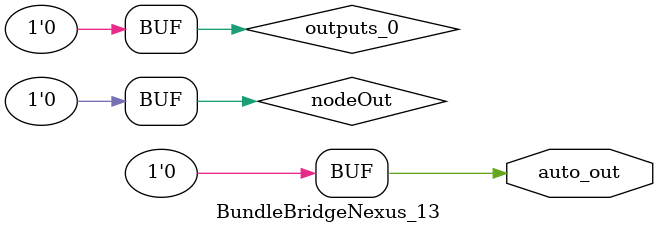
<source format=sv>
`ifndef RANDOMIZE
  `ifdef RANDOMIZE_MEM_INIT
    `define RANDOMIZE
  `endif // RANDOMIZE_MEM_INIT
`endif // not def RANDOMIZE
`ifndef RANDOMIZE
  `ifdef RANDOMIZE_REG_INIT
    `define RANDOMIZE
  `endif // RANDOMIZE_REG_INIT
`endif // not def RANDOMIZE

`ifndef RANDOM
  `define RANDOM $random
`endif // not def RANDOM

// Users can define INIT_RANDOM as general code that gets injected into the
// initializer block for modules with registers.
`ifndef INIT_RANDOM
  `define INIT_RANDOM
`endif // not def INIT_RANDOM

// If using random initialization, you can also define RANDOMIZE_DELAY to
// customize the delay used, otherwise 0.002 is used.
`ifndef RANDOMIZE_DELAY
  `define RANDOMIZE_DELAY 0.002
`endif // not def RANDOMIZE_DELAY

// Define INIT_RANDOM_PROLOG_ for use in our modules below.
`ifndef INIT_RANDOM_PROLOG_
  `ifdef RANDOMIZE
    `ifdef VERILATOR
      `define INIT_RANDOM_PROLOG_ `INIT_RANDOM
    `else  // VERILATOR
      `define INIT_RANDOM_PROLOG_ `INIT_RANDOM #`RANDOMIZE_DELAY begin end
    `endif // VERILATOR
  `else  // RANDOMIZE
    `define INIT_RANDOM_PROLOG_
  `endif // RANDOMIZE
`endif // not def INIT_RANDOM_PROLOG_

// Include register initializers in init blocks unless synthesis is set
`ifndef SYNTHESIS
  `ifndef ENABLE_INITIAL_REG_
    `define ENABLE_INITIAL_REG_
  `endif // not def ENABLE_INITIAL_REG_
`endif // not def SYNTHESIS

// Include rmemory initializers in init blocks unless synthesis is set
`ifndef SYNTHESIS
  `ifndef ENABLE_INITIAL_MEM_
    `define ENABLE_INITIAL_MEM_
  `endif // not def ENABLE_INITIAL_MEM_
`endif // not def SYNTHESIS

// Standard header to adapt well known macros for prints and assertions.

// Users can define 'PRINTF_COND' to add an extra gate to prints.
`ifndef PRINTF_COND_
  `ifdef PRINTF_COND
    `define PRINTF_COND_ (`PRINTF_COND)
  `else  // PRINTF_COND
    `define PRINTF_COND_ 1
  `endif // PRINTF_COND
`endif // not def PRINTF_COND_

// Users can define 'ASSERT_VERBOSE_COND' to add an extra gate to assert error printing.
`ifndef ASSERT_VERBOSE_COND_
  `ifdef ASSERT_VERBOSE_COND
    `define ASSERT_VERBOSE_COND_ (`ASSERT_VERBOSE_COND)
  `else  // ASSERT_VERBOSE_COND
    `define ASSERT_VERBOSE_COND_ 1
  `endif // ASSERT_VERBOSE_COND
`endif // not def ASSERT_VERBOSE_COND_

// Users can define 'STOP_COND' to add an extra gate to stop conditions.
`ifndef STOP_COND_
  `ifdef STOP_COND
    `define STOP_COND_ (`STOP_COND)
  `else  // STOP_COND
    `define STOP_COND_ 1
  `endif // STOP_COND
`endif // not def STOP_COND_

module BundleBridgeNexus_13(
  output auto_out	// src/main/scala/diplomacy/LazyModule.scala:374:18
);

  wire outputs_0 = 1'h0;	// src/main/scala/subsystem/HasTiles.scala:159:32
  wire nodeOut = outputs_0;	// src/main/scala/diplomacy/Nodes.scala:1205:17, src/main/scala/subsystem/HasTiles.scala:159:32
  assign auto_out = nodeOut;	// src/main/scala/diplomacy/Nodes.scala:1205:17
endmodule


</source>
